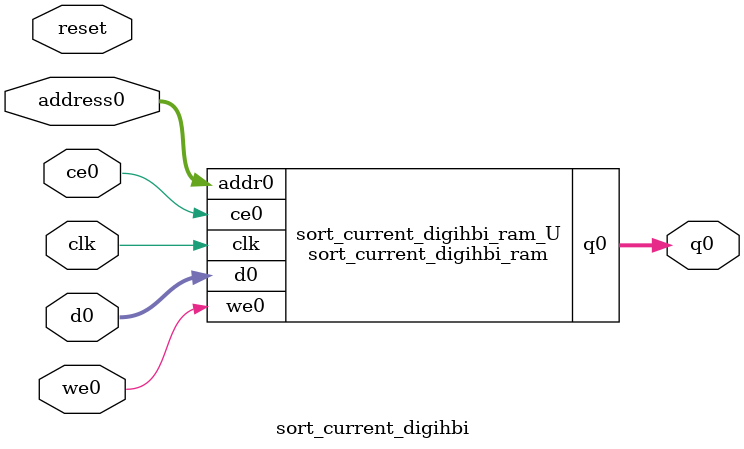
<source format=v>
`timescale 1 ns / 1 ps
module sort_current_digihbi_ram (addr0, ce0, d0, we0, q0,  clk);

parameter DWIDTH = 4;
parameter AWIDTH = 8;
parameter MEM_SIZE = 256;

input[AWIDTH-1:0] addr0;
input ce0;
input[DWIDTH-1:0] d0;
input we0;
output reg[DWIDTH-1:0] q0;
input clk;

(* ram_style = "block" *)reg [DWIDTH-1:0] ram[0:MEM_SIZE-1];




always @(posedge clk)  
begin 
    if (ce0) begin
        if (we0) 
            ram[addr0] <= d0; 
        q0 <= ram[addr0];
    end
end


endmodule

`timescale 1 ns / 1 ps
module sort_current_digihbi(
    reset,
    clk,
    address0,
    ce0,
    we0,
    d0,
    q0);

parameter DataWidth = 32'd4;
parameter AddressRange = 32'd256;
parameter AddressWidth = 32'd8;
input reset;
input clk;
input[AddressWidth - 1:0] address0;
input ce0;
input we0;
input[DataWidth - 1:0] d0;
output[DataWidth - 1:0] q0;



sort_current_digihbi_ram sort_current_digihbi_ram_U(
    .clk( clk ),
    .addr0( address0 ),
    .ce0( ce0 ),
    .we0( we0 ),
    .d0( d0 ),
    .q0( q0 ));

endmodule


</source>
